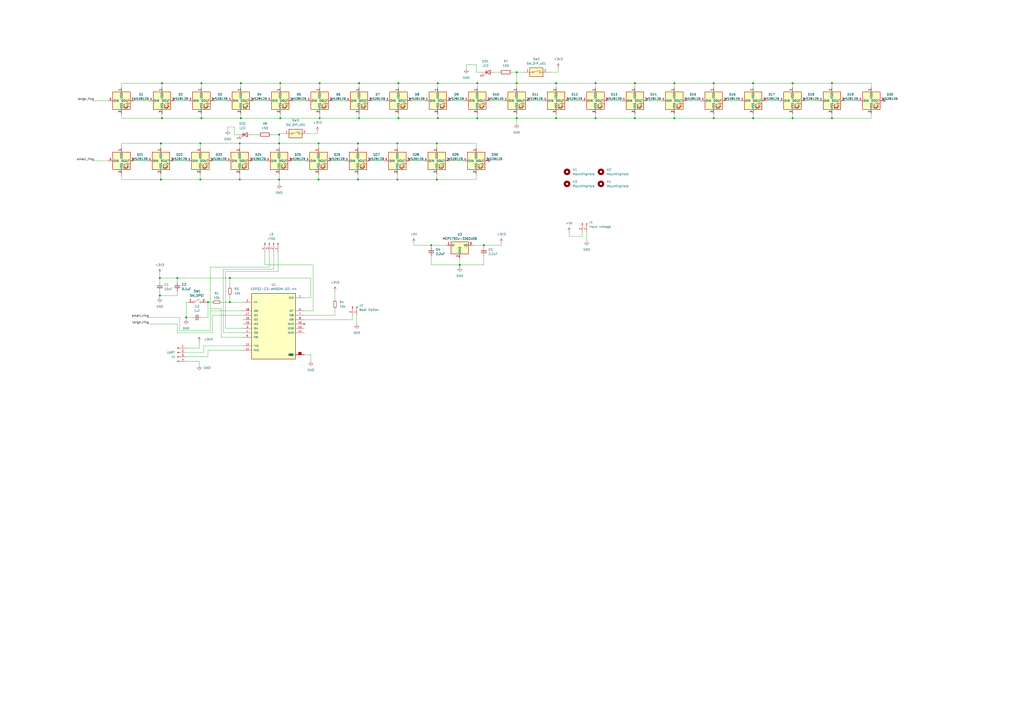
<source format=kicad_sch>
(kicad_sch (version 20231120) (generator "eeschema") (generator_version "8.0")
  (paper "A2")
  (lib_symbols
    (symbol "+5V_1" (power) (pin_numbers hide) (pin_names (offset 0) hide)
      (property "Value" "+5V" (at 0 3.556 0))
      (symbol "+5V_1_0_1"
        (polyline (pts (xy -0.762 1.27) (xy 0 2.54)))
        (polyline (pts (xy 0 0) (xy 0 2.54)))
        (polyline (pts (xy 0 2.54) (xy 0.762 1.27)))
      )
      (symbol "+5V_1_1_1"
        (pin power_in line (at 0 0 90) (length 0) (name "~") (number "1"))
      )
    )
    (symbol "Connector:Conn_01x02_Pin" (pin_names (offset 1.016) hide)
      (property "Reference" "J" (at 0 2.54 0))
      (property "Value" "Conn_01x02_Pin" (at 0 -5.08 0))
      (symbol "Conn_01x02_Pin_1_1"
        (polyline (pts (xy 1.27 -2.54) (xy 0.8636 -2.54)) (stroke (width 0.1524)))
        (polyline (pts (xy 1.27 0) (xy 0.8636 0)) (stroke (width 0.1524)))
        (rectangle (start 0.8636 -2.413) (end 0 -2.667) (stroke (width 0.1524)) (fill (type outline)))
        (rectangle (start 0.8636 0.127) (end 0 -0.127) (stroke (width 0.1524)) (fill (type outline)))
        (pin passive line (at 5.08 0 180) (length 3.81) (name "Pin_1") (number "1"))
        (pin passive line (at 5.08 -2.54 180) (length 3.81) (name "Pin_2") (number "2"))
      )
    )
    (symbol "Connector:Conn_01x04_Pin" (pin_names (offset 1.016) hide)
      (property "Reference" "J" (at 0 5.08 0))
      (property "Value" "Conn_01x04_Pin" (at 0 -7.62 0))
      (symbol "Conn_01x04_Pin_1_1"
        (polyline (pts (xy 1.27 -5.08) (xy 0.8636 -5.08)) (stroke (width 0.1524)))
        (polyline (pts (xy 1.27 -2.54) (xy 0.8636 -2.54)) (stroke (width 0.1524)))
        (polyline (pts (xy 1.27 0) (xy 0.8636 0)) (stroke (width 0.1524)))
        (polyline (pts (xy 1.27 2.54) (xy 0.8636 2.54)) (stroke (width 0.1524)))
        (rectangle (start 0.8636 -4.953) (end 0 -5.207) (stroke (width 0.1524)) (fill (type outline)))
        (rectangle (start 0.8636 -2.413) (end 0 -2.667) (stroke (width 0.1524)) (fill (type outline)))
        (rectangle (start 0.8636 0.127) (end 0 -0.127) (stroke (width 0.1524)) (fill (type outline)))
        (rectangle (start 0.8636 2.667) (end 0 2.413) (stroke (width 0.1524)) (fill (type outline)))
        (pin passive line (at 5.08 2.54 180) (length 3.81) (name "Pin_1") (number "1"))
        (pin passive line (at 5.08 0 180) (length 3.81) (name "Pin_2") (number "2"))
        (pin passive line (at 5.08 -2.54 180) (length 3.81) (name "Pin_3") (number "3"))
        (pin passive line (at 5.08 -5.08 180) (length 3.81) (name "Pin_4") (number "4"))
      )
    )
    (symbol "Device:C_Small" (pin_numbers hide) (pin_names (offset 0.254) hide)
      (property "Reference" "C" (at 0.254 1.778 0))
      (property "Value" "C_Small" (at 0.254 -2.032 0))
      (symbol "C_Small_0_1"
        (polyline (pts (xy -1.524 -0.508) (xy 1.524 -0.508)) (stroke (width 0.3302)))
        (polyline (pts (xy -1.524 0.508) (xy 1.524 0.508)) (stroke (width 0.3048)))
      )
      (symbol "C_Small_1_1"
        (pin passive line (at 0 2.54 270) (length 2.032) (name "~") (number "1"))
        (pin passive line (at 0 -2.54 90) (length 2.032) (name "~") (number "2"))
      )
    )
    (symbol "Device:LED" (pin_numbers hide) (pin_names (offset 1.016) hide)
      (property "Reference" "D" (at 0 2.54 0))
      (property "Value" "LED" (at 0 -2.54 0))
      (symbol "LED_0_1"
        (polyline (pts (xy -1.27 -1.27) (xy -1.27 1.27)) (stroke (width 0.254)))
        (polyline (pts (xy -1.27 0) (xy 1.27 0)))
        (polyline (pts (xy 1.27 -1.27) (xy 1.27 1.27) (xy -1.27 0) (xy 1.27 -1.27)) (stroke (width 0.254)))
        (polyline (pts (xy -3.048 -0.762) (xy -4.572 -2.286) (xy -3.81 -2.286) (xy -4.572 -2.286) (xy -4.572 -1.524)))
        (polyline (pts (xy -1.778 -0.762) (xy -3.302 -2.286) (xy -2.54 -2.286) (xy -3.302 -2.286) (xy -3.302 -1.524)))
      )
      (symbol "LED_1_1"
        (pin passive line (at -3.81 0 0) (length 2.54) (name "K") (number "1"))
        (pin passive line (at 3.81 0 180) (length 2.54) (name "A") (number "2"))
      )
    )
    (symbol "Device:R" (pin_numbers hide) (pin_names (offset 0))
      (property "Reference" "R" (at 2.032 0 90))
      (property "Value" "R" (at 0 0 90))
      (symbol "R_0_1"
        (rectangle (start -1.016 -2.54) (end 1.016 2.54) (stroke (width 0.254)))
      )
      (symbol "R_1_1"
        (pin passive line (at 0 3.81 270) (length 1.27) (name "~") (number "1"))
        (pin passive line (at 0 -3.81 90) (length 1.27) (name "~") (number "2"))
      )
    )
    (symbol "Device:R_Small" (pin_numbers hide) (pin_names (offset 0.254) hide)
      (property "Reference" "R" (at 0.762 0.508 0))
      (property "Value" "R_Small" (at 0.762 -1.016 0))
      (symbol "R_Small_0_1"
        (rectangle (start -0.762 1.778) (end 0.762 -1.778) (stroke (width 0.2032)))
      )
      (symbol "R_Small_1_1"
        (pin passive line (at 0 2.54 270) (length 0.762) (name "~") (number "1"))
        (pin passive line (at 0 -2.54 90) (length 0.762) (name "~") (number "2"))
      )
    )
    (symbol "ESP32-C3-WROOM-02-H4:ESP32-C3-WROOM-02-H4" (pin_names (offset 1.016))
      (property "Reference" "U" (at -12.7 21.082 0))
      (property "Value" "ESP32-C3-WROOM-02-H4" (at -12.7 -18.542 0))
      (symbol "ESP32-C3-WROOM-02-H4_0_0"
        (rectangle (start -12.7 -17.78) (end 12.7 20.32) (stroke (width 0.254)) (fill (type background)))
        (pin power_in line (at 17.78 17.78 180) (length 5.08) (name "3V3") (number "1"))
        (pin bidirectional line (at 17.78 2.54 180) (length 5.08) (name "IO10") (number "10"))
        (pin bidirectional line (at -17.78 -12.7 0) (length 5.08) (name "RXD") (number "11"))
        (pin bidirectional line (at -17.78 -10.16 0) (length 5.08) (name "TXD") (number "12"))
        (pin bidirectional line (at 17.78 0 180) (length 5.08) (name "IO18") (number "13"))
        (pin bidirectional line (at 17.78 -2.54 180) (length 5.08) (name "IO19") (number "14"))
        (pin bidirectional line (at -17.78 2.54 0) (length 5.08) (name "IO3") (number "15"))
        (pin bidirectional line (at -17.78 5.08 0) (length 5.08) (name "IO2") (number "16"))
        (pin bidirectional line (at -17.78 7.62 0) (length 5.08) (name "IO1") (number "17"))
        (pin bidirectional line (at -17.78 10.16 0) (length 5.08) (name "IO0") (number "18"))
        (pin power_in line (at 17.78 -15.24 180) (length 5.08) (name "GND") (number "19"))
        (pin input line (at -17.78 15.24 0) (length 5.08) (name "EN") (number "2"))
        (pin power_in line (at 17.78 -15.24 180) (length 5.08) (name "GND") (number "20"))
        (pin power_in line (at 17.78 -15.24 180) (length 5.08) (name "GND") (number "21"))
        (pin power_in line (at 17.78 -15.24 180) (length 5.08) (name "GND") (number "22"))
        (pin power_in line (at 17.78 -15.24 180) (length 5.08) (name "GND") (number "23"))
        (pin power_in line (at 17.78 -15.24 180) (length 5.08) (name "GND") (number "24"))
        (pin power_in line (at 17.78 -15.24 180) (length 5.08) (name "GND") (number "25"))
        (pin power_in line (at 17.78 -15.24 180) (length 5.08) (name "GND") (number "26"))
        (pin power_in line (at 17.78 -15.24 180) (length 5.08) (name "GND") (number "27"))
        (pin power_in line (at 17.78 -15.24 180) (length 5.08) (name "GND") (number "28"))
        (pin power_in line (at 17.78 -15.24 180) (length 5.08) (name "GND") (number "29"))
        (pin bidirectional line (at -17.78 0 0) (length 5.08) (name "IO4") (number "3"))
        (pin power_in line (at 17.78 -15.24 180) (length 5.08) (name "GND") (number "30"))
        (pin power_in line (at 17.78 -15.24 180) (length 5.08) (name "GND") (number "31"))
        (pin power_in line (at 17.78 -15.24 180) (length 5.08) (name "GND") (number "32"))
        (pin power_in line (at 17.78 -15.24 180) (length 5.08) (name "GND") (number "33"))
        (pin power_in line (at 17.78 -15.24 180) (length 5.08) (name "GND") (number "34"))
        (pin power_in line (at 17.78 -15.24 180) (length 5.08) (name "GND") (number "35"))
        (pin power_in line (at 17.78 -15.24 180) (length 5.08) (name "GND") (number "36"))
        (pin power_in line (at 17.78 -15.24 180) (length 5.08) (name "GND") (number "37"))
        (pin power_in line (at 17.78 -15.24 180) (length 5.08) (name "GND") (number "38"))
        (pin power_in line (at 17.78 -15.24 180) (length 5.08) (name "GND") (number "39"))
        (pin bidirectional line (at -17.78 -2.54 0) (length 5.08) (name "IO5") (number "4"))
        (pin bidirectional line (at -17.78 -5.08 0) (length 5.08) (name "IO6") (number "5"))
        (pin bidirectional line (at 17.78 10.16 180) (length 5.08) (name "IO7") (number "6"))
        (pin bidirectional line (at 17.78 7.62 180) (length 5.08) (name "IO8") (number "7"))
        (pin bidirectional line (at 17.78 5.08 180) (length 5.08) (name "IO9") (number "8"))
        (pin power_in line (at 17.78 -15.24 180) (length 5.08) (name "GND") (number "9"))
      )
    )
    (symbol "GND_1" (power) (pin_numbers hide) (pin_names (offset 0) hide)
      (property "Value" "GND" (at 0 -3.81 0))
      (symbol "GND_1_0_1"
        (polyline (pts (xy 0 0) (xy 0 -1.27) (xy 1.27 -1.27) (xy 0 -2.54) (xy -1.27 -1.27) (xy 0 -1.27)))
      )
      (symbol "GND_1_1_1"
        (pin power_in line (at 0 0 270) (length 0) (name "~") (number "1"))
      )
    )
    (symbol "GND_2" (power) (pin_numbers hide) (pin_names (offset 0) hide)
      (property "Value" "GND" (at 0 -3.81 0))
      (symbol "GND_2_0_1"
        (polyline (pts (xy 0 0) (xy 0 -1.27) (xy 1.27 -1.27) (xy 0 -2.54) (xy -1.27 -1.27) (xy 0 -1.27)))
      )
      (symbol "GND_2_1_1"
        (pin power_in line (at 0 0 270) (length 0) (name "~") (number "1"))
      )
    )
    (symbol "LED:WS2812B" (pin_names (offset 0.254))
      (property "Reference" "D" (at 5.08 5.715 0))
      (property "Value" "WS2812B" (at 1.27 -5.715 0))
      (symbol "WS2812B_0_0"
        (text "RGB" (at 2.286 -4.191 0) (effects (font (size 0.762 0.762))))
      )
      (symbol "WS2812B_0_1"
        (polyline (pts (xy 1.27 -3.556) (xy 1.778 -3.556)))
        (polyline (pts (xy 1.27 -2.54) (xy 1.778 -2.54)))
        (polyline (pts (xy 4.699 -3.556) (xy 2.667 -3.556)))
        (polyline (pts (xy 2.286 -2.54) (xy 1.27 -3.556) (xy 1.27 -3.048)))
        (polyline (pts (xy 2.286 -1.524) (xy 1.27 -2.54) (xy 1.27 -2.032)))
        (polyline (pts (xy 3.683 -1.016) (xy 3.683 -3.556) (xy 3.683 -4.064)))
        (polyline (pts (xy 4.699 -1.524) (xy 2.667 -1.524) (xy 3.683 -3.556) (xy 4.699 -1.524)))
        (rectangle (start 5.08 5.08) (end -5.08 -5.08) (stroke (width 0.254)) (fill (type background)))
      )
      (symbol "WS2812B_1_1"
        (pin power_in line (at 0 7.62 270) (length 2.54) (name "VDD") (number "1"))
        (pin output line (at 7.62 0 180) (length 2.54) (name "DOUT") (number "2"))
        (pin power_in line (at 0 -7.62 90) (length 2.54) (name "VSS") (number "3"))
        (pin input line (at -7.62 0 0) (length 2.54) (name "DIN") (number "4"))
      )
    )
    (symbol "Mechanical:MountingHole" (pin_names (offset 1.016))
      (property "Reference" "H" (at 0 5.08 0))
      (property "Value" "MountingHole" (at 0 3.175 0))
      (symbol "MountingHole_0_1"
        (circle (center 0 0) (radius 1.27) (stroke (width 1.27)))
      )
    )
    (symbol "Regulator_Linear:MCP1792x-3302xDB" (pin_names (offset 0.254))
      (property "Reference" "U" (at -3.81 3.175 0))
      (property "Value" "MCP1792x-3302xDB" (at 0 3.175 0))
      (symbol "MCP1792x-3302xDB_0_1"
        (rectangle (start -5.08 -5.08) (end 5.08 1.905) (stroke (width 0.254)) (fill (type background)))
      )
      (symbol "MCP1792x-3302xDB_1_1"
        (pin power_in line (at -7.62 0 0) (length 2.54) (name "VI") (number "1"))
        (pin power_in line (at 0 -7.62 90) (length 2.54) (name "GND") (number "2"))
        (pin power_out line (at 7.62 0 180) (length 2.54) (name "VO") (number "3"))
      )
    )
    (symbol "Switch:SW_DIP_x01" (pin_names (offset 0) hide)
      (property "Reference" "SW" (at 0 3.81 0))
      (property "Value" "SW_DIP_x01" (at 0 -3.81 0))
      (symbol "SW_DIP_x01_0_0"
        (circle (center -2.032 0) (radius 0.508))
        (polyline (pts (xy -1.524 0.127) (xy 2.3622 1.1684)))
        (circle (center 2.032 0) (radius 0.508))
      )
      (symbol "SW_DIP_x01_0_1"
        (rectangle (start -3.81 2.54) (end 3.81 -2.54) (stroke (width 0.254)) (fill (type background)))
      )
      (symbol "SW_DIP_x01_1_1"
        (pin passive line (at -7.62 0 0) (length 5.08) (name "~") (number "1"))
        (pin passive line (at 7.62 0 180) (length 5.08) (name "~") (number "2"))
      )
    )
    (symbol "Switch:SW_SPST" (pin_names (offset 0) hide)
      (property "Reference" "SW" (at 0 3.175 0))
      (property "Value" "SW_SPST" (at 0 -2.54 0))
      (symbol "SW_SPST_0_0"
        (circle (center -2.032 0) (radius 0.508))
        (polyline (pts (xy -1.524 0.254) (xy 1.524 1.778)))
        (circle (center 2.032 0) (radius 0.508))
      )
      (symbol "SW_SPST_1_1"
        (pin passive line (at -5.08 0 0) (length 2.54) (name "A") (number "1"))
        (pin passive line (at 5.08 0 180) (length 2.54) (name "B") (number "2"))
      )
    )
    (symbol "power:+3V3" (power) (pin_numbers hide) (pin_names (offset 0) hide)
      (property "Value" "+3V3" (at 0 3.556 0))
      (symbol "+3V3_0_1"
        (polyline (pts (xy -0.762 1.27) (xy 0 2.54)))
        (polyline (pts (xy 0 0) (xy 0 2.54)))
        (polyline (pts (xy 0 2.54) (xy 0.762 1.27)))
      )
      (symbol "+3V3_1_1"
        (pin power_in line (at 0 0 90) (length 0) (name "~") (number "1"))
      )
    )
    (symbol "power:GND" (power) (pin_names (offset 0))
      (property "Value" "GND" (at 0 -3.81 0))
      (symbol "GND_0_1"
        (polyline (pts (xy 0 0) (xy 0 -1.27) (xy 1.27 -1.27) (xy 0 -2.54) (xy -1.27 -1.27) (xy 0 -1.27)))
      )
      (symbol "GND_1_1"
        (pin power_in line (at 0 0 270) (length 0) hide (name "GND") (number "1"))
      )
    )
  )
  (junction (at 116.84 68.58))
  (junction (at 139.7 48.26))
  (junction (at 162.56 68.58))
  (junction (at 93.98 68.58))
  (junction (at 254 48.26))
  (junction (at 414.02 48.26))
  (junction (at 280.67 142.24))
  (junction (at 116.205 104.14))
  (junction (at 116.205 83.185))
  (junction (at 459.74 48.26))
  (junction (at 391.16 48.26))
  (junction (at 231.14 68.58))
  (junction (at 208.28 48.26))
  (junction (at 254 68.58))
  (junction (at 253.365 104.14))
  (junction (at 276.86 48.26))
  (junction (at 230.505 104.14))
  (junction (at 161.925 104.14))
  (junction (at 414.02 68.58))
  (junction (at 162.56 48.26))
  (junction (at 276.86 68.58))
  (junction (at 92.71 161.29))
  (junction (at 161.925 78.105))
  (junction (at 436.88 68.58))
  (junction (at 230.505 83.185))
  (junction (at 299.72 68.58))
  (junction (at 139.065 83.185))
  (junction (at 139.7 68.58))
  (junction (at 133.35 175.26))
  (junction (at 322.58 48.26))
  (junction (at 299.72 48.26))
  (junction (at 368.3 48.26))
  (junction (at 207.645 83.185))
  (junction (at 116.84 48.26))
  (junction (at 266.7 153.67))
  (junction (at 391.16 68.58))
  (junction (at 459.74 68.58))
  (junction (at 436.88 48.26))
  (junction (at 139.065 104.14))
  (junction (at 185.42 48.26))
  (junction (at 345.44 68.58))
  (junction (at 184.785 104.14))
  (junction (at 92.71 171.45))
  (junction (at 345.44 48.26))
  (junction (at 133.35 161.29))
  (junction (at 299.72 41.91))
  (junction (at 184.785 83.185))
  (junction (at 161.925 83.185))
  (junction (at 231.14 48.26))
  (junction (at 250.19 142.24))
  (junction (at 102.87 161.29))
  (junction (at 107.95 184.15))
  (junction (at 322.58 68.58))
  (junction (at 120.65 175.26))
  (junction (at 93.345 104.14))
  (junction (at 482.6 68.58))
  (junction (at 482.6 48.26))
  (junction (at 93.345 83.185))
  (junction (at 93.98 48.26))
  (junction (at 253.365 83.185))
  (junction (at 208.28 68.58))
  (junction (at 368.3 68.58))
  (junction (at 185.42 68.58))
  (junction (at 207.645 104.14))
  (no_connect (at 283.845 93.345))
  (no_connect (at 176.53 187.96))
  (no_connect (at 513.08 58.42))
  (wire (pts (xy 133.35 161.29) (xy 180.34 161.29)))
  (wire (pts (xy 129.54 156.21) (xy 158.75 156.21)))
  (wire (pts (xy 70.485 100.965) (xy 70.485 104.14)))
  (wire (pts (xy 482.6 66.04) (xy 482.6 68.58)))
  (wire (pts (xy 299.72 68.58) (xy 299.72 71.755)))
  (wire (pts (xy 276.225 100.965) (xy 276.225 104.14)))
  (wire (pts (xy 254 48.26) (xy 276.86 48.26)))
  (wire (pts (xy 92.71 161.29) (xy 102.87 161.29)))
  (wire (pts (xy 490.22 58.42) (xy 497.84 58.42)))
  (wire (pts (xy 86.36 187.96) (xy 102.87 187.96)))
  (wire (pts (xy 482.6 48.26) (xy 459.74 48.26)))
  (wire (pts (xy 459.74 48.26) (xy 436.88 48.26)))
  (wire (pts (xy 115.57 201.93) (xy 115.57 198.12)))
  (wire (pts (xy 92.71 158.75) (xy 92.71 161.29)))
  (wire (pts (xy 231.14 48.26) (xy 254 48.26)))
  (wire (pts (xy 280.67 148.59) (xy 280.67 153.67)))
  (wire (pts (xy 111.76 184.15) (xy 107.95 184.15)))
  (wire (pts (xy 194.31 168.91) (xy 194.31 173.99)))
  (wire (pts (xy 284.48 58.42) (xy 292.1 58.42)))
  (wire (pts (xy 276.86 68.58) (xy 299.72 68.58)))
  (wire (pts (xy 102.87 161.29) (xy 133.35 161.29)))
  (wire (pts (xy 276.225 83.185) (xy 253.365 83.185)))
  (wire (pts (xy 120.65 175.26) (xy 123.19 175.26)))
  (wire (pts (xy 230.505 100.965) (xy 230.505 104.14)))
  (wire (pts (xy 70.485 50.8) (xy 70.485 48.26)))
  (wire (pts (xy 158.75 156.21) (xy 158.75 146.05)))
  (wire (pts (xy 70.485 48.26) (xy 93.98 48.26)))
  (wire (pts (xy 280.67 142.24) (xy 280.67 143.51)))
  (wire (pts (xy 184.785 83.185) (xy 184.785 85.725)))
  (wire (pts (xy 276.225 37.465) (xy 270.51 37.465)))
  (wire (pts (xy 250.19 143.51) (xy 250.19 142.24)))
  (wire (pts (xy 231.14 66.04) (xy 231.14 68.58)))
  (wire (pts (xy 181.61 180.34) (xy 181.61 153.67)))
  (wire (pts (xy 100.965 93.345) (xy 108.585 93.345)))
  (wire (pts (xy 54.61 93.345) (xy 62.865 93.345)))
  (wire (pts (xy 208.28 48.26) (xy 231.14 48.26)))
  (wire (pts (xy 230.505 104.14) (xy 207.645 104.14)))
  (wire (pts (xy 181.61 153.67) (xy 153.67 153.67)))
  (wire (pts (xy 505.46 66.04) (xy 505.46 68.58)))
  (wire (pts (xy 322.58 66.04) (xy 322.58 68.58)))
  (wire (pts (xy 102.87 161.29) (xy 102.87 163.83)))
  (wire (pts (xy 130.81 190.5) (xy 130.81 157.48)))
  (wire (pts (xy 340.36 134.62) (xy 340.36 139.7)))
  (wire (pts (xy 299.72 41.91) (xy 303.53 41.91)))
  (wire (pts (xy 436.88 48.26) (xy 436.88 50.8)))
  (wire (pts (xy 322.58 48.26) (xy 299.72 48.26)))
  (wire (pts (xy 121.92 179.07) (xy 121.92 154.94)))
  (wire (pts (xy 107.95 207.01) (xy 120.65 207.01)))
  (wire (pts (xy 207.01 182.88) (xy 207.01 187.96)))
  (wire (pts (xy 505.46 48.26) (xy 482.6 48.26)))
  (wire (pts (xy 102.87 187.96) (xy 102.87 193.04)))
  (wire (pts (xy 93.98 48.26) (xy 93.98 50.8)))
  (wire (pts (xy 161.925 77.47) (xy 161.925 78.105)))
  (wire (pts (xy 274.32 142.24) (xy 280.67 142.24)))
  (wire (pts (xy 345.44 48.26) (xy 322.58 48.26)))
  (wire (pts (xy 140.97 193.04) (xy 129.54 193.04)))
  (wire (pts (xy 92.71 163.83) (xy 92.71 161.29)))
  (wire (pts (xy 161.925 83.185) (xy 161.925 85.725)))
  (wire (pts (xy 123.825 93.345) (xy 131.445 93.345)))
  (wire (pts (xy 153.67 153.67) (xy 153.67 146.05)))
  (wire (pts (xy 330.2 134.62) (xy 330.2 137.16)))
  (wire (pts (xy 101.6 58.42) (xy 109.22 58.42)))
  (wire (pts (xy 93.345 104.14) (xy 116.205 104.14)))
  (wire (pts (xy 161.29 157.48) (xy 161.29 146.05)))
  (wire (pts (xy 176.53 205.74) (xy 180.34 205.74)))
  (wire (pts (xy 139.065 83.185) (xy 139.065 85.725)))
  (wire (pts (xy 116.205 100.965) (xy 116.205 104.14)))
  (wire (pts (xy 414.02 48.26) (xy 414.02 50.8)))
  (wire (pts (xy 115.57 209.55) (xy 107.95 209.55)))
  (wire (pts (xy 133.35 161.29) (xy 133.35 166.37)))
  (wire (pts (xy 290.83 142.24) (xy 280.67 142.24)))
  (wire (pts (xy 130.81 157.48) (xy 161.29 157.48)))
  (wire (pts (xy 70.485 85.725) (xy 70.485 83.185)))
  (wire (pts (xy 93.345 100.965) (xy 93.345 104.14)))
  (wire (pts (xy 107.95 201.93) (xy 115.57 201.93)))
  (wire (pts (xy 120.65 203.2) (xy 140.97 203.2)))
  (wire (pts (xy 253.365 104.14) (xy 230.505 104.14)))
  (wire (pts (xy 240.03 142.24) (xy 250.19 142.24)))
  (wire (pts (xy 102.87 168.91) (xy 102.87 171.45)))
  (wire (pts (xy 276.225 104.14) (xy 253.365 104.14)))
  (wire (pts (xy 368.3 66.04) (xy 368.3 68.58)))
  (wire (pts (xy 121.92 191.77) (xy 104.14 191.77)))
  (wire (pts (xy 238.76 58.42) (xy 246.38 58.42)))
  (wire (pts (xy 459.74 68.58) (xy 436.88 68.58)))
  (wire (pts (xy 70.485 66.04) (xy 70.485 68.58)))
  (wire (pts (xy 118.11 204.47) (xy 107.95 204.47)))
  (wire (pts (xy 119.38 175.26) (xy 120.65 175.26)))
  (wire (pts (xy 287.02 41.91) (xy 289.56 41.91)))
  (wire (pts (xy 139.065 83.185) (xy 161.925 83.185)))
  (wire (pts (xy 330.2 137.16) (xy 337.82 137.16)))
  (wire (pts (xy 322.58 68.58) (xy 299.72 68.58)))
  (wire (pts (xy 260.985 93.345) (xy 268.605 93.345)))
  (wire (pts (xy 184.785 104.14) (xy 161.925 104.14)))
  (wire (pts (xy 184.785 83.185) (xy 161.925 83.185)))
  (wire (pts (xy 140.97 195.58) (xy 128.27 195.58)))
  (wire (pts (xy 230.505 83.185) (xy 230.505 85.725)))
  (wire (pts (xy 230.505 83.185) (xy 207.645 83.185)))
  (wire (pts (xy 116.205 83.185) (xy 116.205 85.725)))
  (wire (pts (xy 104.14 184.15) (xy 86.36 184.15)))
  (wire (pts (xy 92.71 168.91) (xy 92.71 171.45)))
  (wire (pts (xy 215.265 93.345) (xy 222.885 93.345)))
  (wire (pts (xy 128.27 179.07) (xy 121.92 179.07)))
  (wire (pts (xy 192.405 93.345) (xy 200.025 93.345)))
  (wire (pts (xy 208.28 48.26) (xy 208.28 50.8)))
  (wire (pts (xy 204.47 185.42) (xy 204.47 182.88)))
  (wire (pts (xy 482.6 48.26) (xy 482.6 50.8)))
  (wire (pts (xy 353.06 58.42) (xy 360.68 58.42)))
  (wire (pts (xy 140.97 190.5) (xy 130.81 190.5)))
  (wire (pts (xy 318.77 41.91) (xy 323.85 41.91)))
  (wire (pts (xy 115.57 212.09) (xy 115.57 209.55)))
  (wire (pts (xy 337.82 137.16) (xy 337.82 134.62)))
  (wire (pts (xy 276.225 41.91) (xy 276.225 37.465)))
  (wire (pts (xy 276.86 66.04) (xy 276.86 68.58)))
  (wire (pts (xy 93.98 48.26) (xy 116.84 48.26)))
  (wire (pts (xy 276.86 48.26) (xy 276.86 50.8)))
  (wire (pts (xy 208.28 68.58) (xy 231.14 68.58)))
  (wire (pts (xy 276.86 48.26) (xy 299.72 48.26)))
  (wire (pts (xy 207.645 83.185) (xy 184.785 83.185)))
  (wire (pts (xy 368.3 48.26) (xy 368.3 50.8)))
  (wire (pts (xy 139.065 104.14) (xy 161.925 104.14)))
  (wire (pts (xy 129.54 193.04) (xy 129.54 156.21)))
  (wire (pts (xy 161.925 78.105) (xy 161.925 83.185)))
  (wire (pts (xy 162.56 66.04) (xy 162.56 68.58)))
  (wire (pts (xy 299.72 48.26) (xy 299.72 50.8)))
  (wire (pts (xy 180.34 205.74) (xy 180.34 209.55)))
  (wire (pts (xy 102.87 171.45) (xy 92.71 171.45)))
  (wire (pts (xy 261.62 58.42) (xy 269.24 58.42)))
  (wire (pts (xy 118.11 200.66) (xy 118.11 204.47)))
  (wire (pts (xy 78.105 93.345) (xy 85.725 93.345)))
  (wire (pts (xy 459.74 66.04) (xy 459.74 68.58)))
  (wire (pts (xy 254 66.04) (xy 254 68.58)))
  (wire (pts (xy 421.64 58.42) (xy 429.26 58.42)))
  (wire (pts (xy 391.16 48.26) (xy 368.3 48.26)))
  (wire (pts (xy 180.34 161.29) (xy 180.34 172.72)))
  (wire (pts (xy 123.19 182.88) (xy 140.97 182.88)))
  (wire (pts (xy 280.67 153.67) (xy 266.7 153.67)))
  (wire (pts (xy 78.105 58.42) (xy 86.36 58.42)))
  (wire (pts (xy 444.5 58.42) (xy 452.12 58.42)))
  (wire (pts (xy 54.61 58.42) (xy 62.865 58.42)))
  (wire (pts (xy 345.44 68.58) (xy 322.58 68.58)))
  (wire (pts (xy 139.7 68.58) (xy 162.56 68.58)))
  (wire (pts (xy 436.88 68.58) (xy 414.02 68.58)))
  (wire (pts (xy 345.44 66.04) (xy 345.44 68.58)))
  (wire (pts (xy 368.3 48.26) (xy 345.44 48.26)))
  (wire (pts (xy 436.88 48.26) (xy 414.02 48.26)))
  (wire (pts (xy 128.27 195.58) (xy 128.27 179.07)))
  (wire (pts (xy 368.3 68.58) (xy 345.44 68.58)))
  (wire (pts (xy 467.36 58.42) (xy 474.98 58.42)))
  (wire (pts (xy 253.365 83.185) (xy 230.505 83.185)))
  (wire (pts (xy 184.785 100.965) (xy 184.785 104.14)))
  (wire (pts (xy 266.7 149.86) (xy 266.7 153.67)))
  (wire (pts (xy 391.16 48.26) (xy 391.16 50.8)))
  (wire (pts (xy 185.42 48.26) (xy 185.42 50.8)))
  (wire (pts (xy 162.56 68.58) (xy 185.42 68.58)))
  (wire (pts (xy 180.34 172.72) (xy 176.53 172.72)))
  (wire (pts (xy 93.345 83.185) (xy 116.205 83.185)))
  (wire (pts (xy 185.42 66.04) (xy 185.42 68.58)))
  (wire (pts (xy 299.72 66.04) (xy 299.72 68.58)))
  (wire (pts (xy 193.04 58.42) (xy 200.66 58.42)))
  (wire (pts (xy 92.71 171.45) (xy 92.71 172.72)))
  (wire (pts (xy 414.02 68.58) (xy 391.16 68.58)))
  (wire (pts (xy 169.545 93.345) (xy 177.165 93.345)))
  (wire (pts (xy 250.19 142.24) (xy 259.08 142.24)))
  (wire (pts (xy 436.88 66.04) (xy 436.88 68.58)))
  (wire (pts (xy 238.125 93.345) (xy 245.745 93.345)))
  (wire (pts (xy 482.6 68.58) (xy 459.74 68.58)))
  (wire (pts (xy 139.065 100.965) (xy 139.065 104.14)))
  (wire (pts (xy 184.15 77.47) (xy 184.15 76.2)))
  (wire (pts (xy 345.44 48.26) (xy 345.44 50.8)))
  (wire (pts (xy 505.46 50.8) (xy 505.46 48.26)))
  (wire (pts (xy 375.92 58.42) (xy 383.54 58.42)))
  (wire (pts (xy 157.48 78.105) (xy 161.925 78.105)))
  (wire (pts (xy 135.89 73.66) (xy 132.08 73.66)))
  (wire (pts (xy 132.08 73.66) (xy 132.08 75.565)))
  (wire (pts (xy 505.46 68.58) (xy 482.6 68.58)))
  (wire (pts (xy 254 68.58) (xy 276.86 68.58)))
  (wire (pts (xy 176.53 182.88) (xy 194.31 182.88)))
  (wire (pts (xy 120.65 207.01) (xy 120.65 203.2)))
  (wire (pts (xy 162.56 48.26) (xy 162.56 50.8)))
  (wire (pts (xy 297.18 41.91) (xy 299.72 41.91)))
  (wire (pts (xy 253.365 83.185) (xy 253.365 85.725)))
  (wire (pts (xy 231.14 48.26) (xy 231.14 50.8)))
  (wire (pts (xy 139.7 48.26) (xy 162.56 48.26)))
  (wire (pts (xy 140.97 180.34) (xy 121.92 180.34)))
  (wire (pts (xy 250.19 153.67) (xy 266.7 153.67)))
  (wire (pts (xy 93.98 66.04) (xy 93.98 68.58)))
  (wire (pts (xy 176.53 180.34) (xy 181.61 180.34)))
  (wire (pts (xy 116.84 66.04) (xy 116.84 68.58)))
  (wire (pts (xy 93.345 83.185) (xy 93.345 85.725)))
  (wire (pts (xy 176.53 185.42) (xy 204.47 185.42)))
  (wire (pts (xy 107.95 175.26) (xy 107.95 184.15)))
  (wire (pts (xy 120.65 184.15) (xy 120.65 175.26)))
  (wire (pts (xy 231.14 68.58) (xy 254 68.58)))
  (wire (pts (xy 70.485 104.14) (xy 93.345 104.14)))
  (wire (pts (xy 93.98 68.58) (xy 116.84 68.58)))
  (wire (pts (xy 163.83 77.47) (xy 161.925 77.47)))
  (wire (pts (xy 109.22 175.26) (xy 107.95 175.26)))
  (wire (pts (xy 185.42 68.58) (xy 208.28 68.58)))
  (wire (pts (xy 104.14 191.77) (xy 104.14 184.15)))
  (wire (pts (xy 116.205 83.185) (xy 139.065 83.185)))
  (wire (pts (xy 116.84 48.26) (xy 139.7 48.26)))
  (wire (pts (xy 391.16 66.04) (xy 391.16 68.58)))
  (wire (pts (xy 70.485 83.185) (xy 93.345 83.185)))
  (wire (pts (xy 279.4 41.91) (xy 276.225 41.91)))
  (wire (pts (xy 398.78 58.42) (xy 406.4 58.42)))
  (wire (pts (xy 170.18 58.42) (xy 177.8 58.42)))
  (wire (pts (xy 161.925 100.965) (xy 161.925 104.14)))
  (wire (pts (xy 133.35 171.45) (xy 133.35 175.26)))
  (wire (pts (xy 70.485 68.58) (xy 93.98 68.58)))
  (wire (pts (xy 123.19 193.04) (xy 123.19 182.88)))
  (wire (pts (xy 116.205 104.14) (xy 139.065 104.14)))
  (wire (pts (xy 116.84 48.26) (xy 116.84 50.8)))
  (wire (pts (xy 391.16 68.58) (xy 368.3 68.58)))
  (wire (pts (xy 139.7 48.26) (xy 139.7 50.8)))
  (wire (pts (xy 194.31 182.88) (xy 194.31 179.07)))
  (wire (pts (xy 121.92 154.94) (xy 156.21 154.94)))
  (wire (pts (xy 207.645 83.185) (xy 207.645 85.725)))
  (wire (pts (xy 276.225 85.725) (xy 276.225 83.185)))
  (wire (pts (xy 156.21 154.94) (xy 156.21 146.05)))
  (wire (pts (xy 140.97 200.66) (xy 118.11 200.66)))
  (wire (pts (xy 133.35 175.26) (xy 140.97 175.26)))
  (wire (pts (xy 299.72 41.91) (xy 299.72 48.26)))
  (wire (pts (xy 146.685 93.345) (xy 154.305 93.345)))
  (wire (pts (xy 162.56 48.26) (xy 185.42 48.26)))
  (wire (pts (xy 250.19 148.59) (xy 250.19 153.67)))
  (wire (pts (xy 330.2 58.42) (xy 337.82 58.42)))
  (wire (pts (xy 414.02 66.04) (xy 414.02 68.58)))
  (wire (pts (xy 322.58 48.26) (xy 322.58 50.8)))
  (wire (pts (xy 459.74 48.26) (xy 459.74 50.8)))
  (wire (pts (xy 266.7 153.67) (xy 266.7 154.94)))
  (wire (pts (xy 121.92 180.34) (xy 121.92 191.77)))
  (wire (pts (xy 290.83 140.97) (xy 290.83 142.24)))
  (wire (pts (xy 307.34 58.42) (xy 314.96 58.42)))
  (wire (pts (xy 124.46 58.42) (xy 132.08 58.42)))
  (wire (pts (xy 207.645 104.14) (xy 184.785 104.14)))
  (wire (pts (xy 128.27 175.26) (xy 133.35 175.26)))
  (wire (pts (xy 107.95 184.15) (xy 107.95 185.42)))
  (wire (pts (xy 146.05 78.105) (xy 149.86 78.105)))
  (wire (pts (xy 179.07 77.47) (xy 184.15 77.47)))
  (wire (pts (xy 116.84 184.15) (xy 120.65 184.15)))
  (wire (pts (xy 116.84 68.58) (xy 139.7 68.58)))
  (wire (pts (xy 135.89 78.105) (xy 135.89 73.66)))
  (wire (pts (xy 208.28 66.04) (xy 208.28 68.58)))
  (wire (pts (xy 207.645 100.965) (xy 207.645 104.14)))
  (wire (pts (xy 102.87 193.04) (xy 123.19 193.04)))
  (wire (pts (xy 147.32 58.42) (xy 154.94 58.42)))
  (wire (pts (xy 254 48.26) (xy 254 50.8)))
  (wire (pts (xy 240.03 140.97) (xy 240.03 142.24)))
  (wire (pts (xy 323.85 39.37) (xy 323.85 41.91)))
  (wire (pts (xy 139.7 66.04) (xy 139.7 68.58)))
  (wire (pts (xy 161.925 104.14) (xy 161.925 106.68)))
  (wire (pts (xy 215.9 58.42) (xy 223.52 58.42)))
  (wire (pts (xy 253.365 100.965) (xy 253.365 104.14)))
  (wire (pts (xy 270.51 37.465) (xy 270.51 40.005)))
  (wire (pts (xy 138.43 78.105) (xy 135.89 78.105)))
  (wire (pts (xy 414.02 48.26) (xy 391.16 48.26)))
  (wire (pts (xy 185.42 48.26) (xy 208.28 48.26)))
  (label "small_ring" (at 86.36 184.15 180))
  (label "small_ring" (at 54.61 93.345 180))
  (label "large_ring" (at 86.36 187.96 180))
  (label "large_ring" (at 54.61 58.42 180))
  (symbol (lib_id "Device:R_Small") (at 133.35 168.91 0) (unit 1)
    (property "Reference" "R3" (at 135.89 167.6399 0) (effects (justify left)))
    (property "Value" "10k" (at 135.89 170.1799 0) (effects (justify left)))
    (property "Footprint" "Resistor_SMD:R_0805_2012Metric_Pad1.20x1.40mm_HandSolder" (effects (hide yes)))
    (property "Description" "Resistor, small symbol" (effects (hide yes)))
  )
  (symbol (lib_id "Connector:Conn_01x04_Pin") (at 158.75 140.97 270) (unit 1)
    (property "Reference" "J3" (at 157.48 135.89 90))
    (property "Value" "JTAG" (at 157.48 138.43 90))
    (property "Footprint" "Connector_PinHeader_2.54mm:PinHeader_1x04_P2.54mm_Vertical" (effects (hide yes)))
    (property "Description" "Generic connector, single row, 01x04, script generated" (effects (hide yes)))
  )
  (symbol (lib_id "power:GND") (at 299.72 71.755 0) (unit 1)
    (property "Reference" "#PWR02" (effects (hide yes)))
    (property "Value" "GND" (at 299.72 76.835 0))
  )
  (symbol (lib_id "power:GND") (at 161.925 106.68 0) (unit 1)
    (property "Reference" "#PWR04" (effects (hide yes)))
    (property "Value" "GND" (at 161.925 111.76 0))
  )
  (symbol (lib_id "power:+3V3") (at 115.57 198.12 0) (unit 1)
    (property "Reference" "#PWR011" (effects (hide yes)))
    (property "Value" "+3V3" (at 118.11 196.8499 0) (effects (justify left)))
    (property "Description" "Power symbol creates a global label with name \"+3V3\"" (effects (hide yes)))
  )
  (symbol (lib_id "LED:WS2812B") (at 276.225 93.345 0) (unit 1)
    (property "Reference" "D30" (at 287.02 89.6971 0))
    (property "Value" "WS2812B" (at 287.02 92.2371 0))
    (property "Footprint" "LED_SMD:LED_WS2812B_PLCC4_5.0x5.0mm_P3.2mm" (effects (hide yes)))
    (property "Datasheet" "https://cdn-shop.adafruit.com/datasheets/WS2812B.pdf" (effects (hide yes)))
  )
  (symbol (lib_id "power:+3V3") (at 290.83 140.97 0) (unit 1)
    (property "Reference" "#PWR015" (effects (hide yes)))
    (property "Value" "+3V3" (at 290.83 135.89 0))
    (property "Description" "Power symbol creates a global label with name \"+3V3\"" (effects (hide yes)))
  )
  (symbol (lib_id "Device:R") (at 293.37 41.91 90) (unit 1)
    (property "Reference" "R7" (at 293.37 35.56 90))
    (property "Value" "150" (at 293.37 38.1 90))
    (property "Footprint" "Resistor_SMD:R_0805_2012Metric_Pad1.20x1.40mm_HandSolder" (effects (hide yes)))
  )
  (symbol (lib_id "Mechanical:MountingHole") (at 328.93 99.695 0) (unit 1)
    (property "Reference" "H1" (at 332.105 98.425 0) (effects (justify left)))
    (property "Value" "MountingHole" (at 332.105 100.965 0) (effects (justify left)))
    (property "Footprint" "MountingHole:MountingHole_4.3mm_M4_Pad_Via" (effects (hide yes)))
  )
  (symbol (lib_id "LED:WS2812B") (at 70.485 93.345 0) (unit 1)
    (property "Reference" "D21" (at 81.28 89.6971 0))
    (property "Value" "WS2812B" (at 81.28 92.2371 0))
    (property "Footprint" "LED_SMD:LED_WS2812B_PLCC4_5.0x5.0mm_P3.2mm" (effects (hide yes)))
    (property "Datasheet" "https://cdn-shop.adafruit.com/datasheets/WS2812B.pdf" (effects (hide yes)))
  )
  (symbol (lib_id "LED:WS2812B") (at 208.28 58.42 0) (unit 1)
    (property "Reference" "D7" (at 219.075 54.7721 0))
    (property "Value" "WS2812B" (at 219.075 57.3121 0))
    (property "Footprint" "LED_SMD:LED_WS2812B_PLCC4_5.0x5.0mm_P3.2mm" (effects (hide yes)))
    (property "Datasheet" "https://cdn-shop.adafruit.com/datasheets/WS2812B.pdf" (effects (hide yes)))
  )
  (symbol (lib_id "Regulator_Linear:MCP1792x-3302xDB") (at 266.7 142.24 0) (unit 1)
    (property "Reference" "U2" (at 266.7 135.89 0))
    (property "Value" "MCP1792x-3302xDB" (at 266.7 138.43 0))
    (property "Footprint" "Package_TO_SOT_SMD:SOT-223-3_TabPin2" (effects (hide yes)))
    (property "Datasheet" "https://ww1.microchip.com/downloads/aemDocuments/documents/APID/ProductDocuments/DataSheets/MCP1792-Family-Data-Sheet-DS20006229D.pdf" (effects (hide yes)))
    (property "Description" "Low Quiescent Current LDO Regulator, 4.5-55V input, 3.3V, 100mA, SOT-223" (effects (hide yes)))
  )
  (symbol (lib_id "Connector:Conn_01x02_Pin") (at 207.01 177.8 270) (unit 1)
    (property "Reference" "J2" (at 208.28 177.1649 90) (effects (justify left)))
    (property "Value" "Boot Option" (at 208.28 179.7049 90) (effects (justify left)))
    (property "Footprint" "Connector_PinHeader_2.54mm:PinHeader_1x02_P2.54mm_Vertical" (effects (hide yes)))
    (property "Description" "Generic connector, single row, 01x02, script generated" (effects (hide yes)))
  )
  (symbol (lib_name "+5V_1") (lib_id "power:+5V") (at 330.2 134.62 0) (unit 1)
    (property "Reference" "#PWR017" (effects (hide yes)))
    (property "Value" "+5V" (at 330.2 129.54 0))
    (property "Description" "Power symbol creates a global label with name \"+5V\"" (effects (hide yes)))
  )
  (symbol (lib_id "LED:WS2812B") (at 436.88 58.42 0) (unit 1)
    (property "Reference" "D17" (at 447.675 54.7721 0))
    (property "Value" "WS2812B" (at 447.675 57.3121 0))
    (property "Footprint" "LED_SMD:LED_WS2812B_PLCC4_5.0x5.0mm_P3.2mm" (effects (hide yes)))
    (property "Datasheet" "https://cdn-shop.adafruit.com/datasheets/WS2812B.pdf" (effects (hide yes)))
  )
  (symbol (lib_name "GND_2") (lib_id "power:GND") (at 340.36 139.7 0) (unit 1)
    (property "Reference" "#PWR016" (effects (hide yes)))
    (property "Value" "GND" (at 340.36 144.78 0))
    (property "Description" "Power symbol creates a global label with name \"GND\" , ground" (effects (hide yes)))
  )
  (symbol (lib_id "LED:WS2812B") (at 368.3 58.42 0) (unit 1)
    (property "Reference" "D14" (at 379.095 54.7721 0))
    (property "Value" "WS2812B" (at 379.095 57.3121 0))
    (property "Footprint" "LED_SMD:LED_WS2812B_PLCC4_5.0x5.0mm_P3.2mm" (effects (hide yes)))
    (property "Datasheet" "https://cdn-shop.adafruit.com/datasheets/WS2812B.pdf" (effects (hide yes)))
  )
  (symbol (lib_id "LED:WS2812B") (at 254 58.42 0) (unit 1)
    (property "Reference" "D9" (at 264.795 54.7721 0))
    (property "Value" "WS2812B" (at 264.795 57.3121 0))
    (property "Footprint" "LED_SMD:LED_WS2812B_PLCC4_5.0x5.0mm_P3.2mm" (effects (hide yes)))
    (property "Datasheet" "https://cdn-shop.adafruit.com/datasheets/WS2812B.pdf" (effects (hide yes)))
  )
  (symbol (lib_id "Connector:Conn_01x04_Pin") (at 102.87 204.47 0) (unit 1)
    (property "Reference" "J4" (at 101.6 207.0101 0) (effects (justify right)))
    (property "Value" "UART" (at 101.6 204.4701 0) (effects (justify right)))
    (property "Footprint" "Connector_PinHeader_2.54mm:PinHeader_1x04_P2.54mm_Vertical" (effects (hide yes)))
    (property "Description" "Generic connector, single row, 01x04, script generated" (effects (hide yes)))
  )
  (symbol (lib_id "LED:WS2812B") (at 459.74 58.42 0) (unit 1)
    (property "Reference" "D18" (at 470.535 54.7721 0))
    (property "Value" "WS2812B" (at 470.535 57.3121 0))
    (property "Footprint" "LED_SMD:LED_WS2812B_PLCC4_5.0x5.0mm_P3.2mm" (effects (hide yes)))
    (property "Datasheet" "https://cdn-shop.adafruit.com/datasheets/WS2812B.pdf" (effects (hide yes)))
  )
  (symbol (lib_name "GND_1") (lib_id "power:GND") (at 92.71 172.72 0) (unit 1)
    (property "Reference" "#PWR010" (effects (hide yes)))
    (property "Value" "GND" (at 92.71 177.8 0))
    (property "Description" "Power symbol creates a global label with name \"GND\" , ground" (effects (hide yes)))
  )
  (symbol (lib_id "LED:WS2812B") (at 253.365 93.345 0) (unit 1)
    (property "Reference" "D29" (at 264.16 89.6971 0))
    (property "Value" "WS2812B" (at 264.16 92.2371 0))
    (property "Footprint" "LED_SMD:LED_WS2812B_PLCC4_5.0x5.0mm_P3.2mm" (effects (hide yes)))
    (property "Datasheet" "https://cdn-shop.adafruit.com/datasheets/WS2812B.pdf" (effects (hide yes)))
  )
  (symbol (lib_id "LED:WS2812B") (at 414.02 58.42 0) (unit 1)
    (property "Reference" "D16" (at 424.815 54.7721 0))
    (property "Value" "WS2812B" (at 424.815 57.3121 0))
    (property "Footprint" "LED_SMD:LED_WS2812B_PLCC4_5.0x5.0mm_P3.2mm" (effects (hide yes)))
    (property "Datasheet" "https://cdn-shop.adafruit.com/datasheets/WS2812B.pdf" (effects (hide yes)))
  )
  (symbol (lib_id "Mechanical:MountingHole") (at 328.93 106.68 0) (unit 1)
    (property "Reference" "H3" (at 332.105 105.41 0) (effects (justify left)))
    (property "Value" "MountingHole" (at 332.105 107.95 0) (effects (justify left)))
    (property "Footprint" "MountingHole:MountingHole_4.3mm_M4_Pad_Via" (effects (hide yes)))
  )
  (symbol (lib_id "Device:R") (at 153.67 78.105 90) (unit 1)
    (property "Reference" "R8" (at 153.67 71.755 90))
    (property "Value" "150" (at 153.67 74.295 90))
    (property "Footprint" "Resistor_SMD:R_0805_2012Metric_Pad1.20x1.40mm_HandSolder" (effects (hide yes)))
  )
  (symbol (lib_id "LED:WS2812B") (at 207.645 93.345 0) (unit 1)
    (property "Reference" "D27" (at 218.44 89.6971 0))
    (property "Value" "WS2812B" (at 218.44 92.2371 0))
    (property "Footprint" "LED_SMD:LED_WS2812B_PLCC4_5.0x5.0mm_P3.2mm" (effects (hide yes)))
    (property "Datasheet" "https://cdn-shop.adafruit.com/datasheets/WS2812B.pdf" (effects (hide yes)))
  )
  (symbol (lib_id "LED:WS2812B") (at 276.86 58.42 0) (unit 1)
    (property "Reference" "D10" (at 287.655 54.7721 0))
    (property "Value" "WS2812B" (at 287.655 57.3121 0))
    (property "Footprint" "LED_SMD:LED_WS2812B_PLCC4_5.0x5.0mm_P3.2mm" (effects (hide yes)))
    (property "Datasheet" "https://cdn-shop.adafruit.com/datasheets/WS2812B.pdf" (effects (hide yes)))
  )
  (symbol (lib_id "Switch:SW_DIP_x01") (at 311.15 41.91 0) (unit 1)
    (property "Reference" "SW2" (at 311.15 34.29 0))
    (property "Value" "SW_DIP_x01" (at 311.15 36.83 0))
    (property "Footprint" "Button_Switch_SMD:SW_SPDT_PCM12" (effects (hide yes)))
  )
  (symbol (lib_id "LED:WS2812B") (at 139.065 93.345 0) (unit 1)
    (property "Reference" "D24" (at 149.86 89.6971 0))
    (property "Value" "WS2812B" (at 149.86 92.2371 0))
    (property "Footprint" "LED_SMD:LED_WS2812B_PLCC4_5.0x5.0mm_P3.2mm" (effects (hide yes)))
    (property "Datasheet" "https://cdn-shop.adafruit.com/datasheets/WS2812B.pdf" (effects (hide yes)))
  )
  (symbol (lib_id "power:+3V3") (at 184.15 76.2 0) (unit 1)
    (property "Reference" "#PWR01" (effects (hide yes)))
    (property "Value" "+3V3" (at 184.15 71.12 0))
    (property "Description" "Power symbol creates a global label with name \"+3V3\"" (effects (hide yes)))
  )
  (symbol (lib_id "Mechanical:MountingHole") (at 348.615 99.695 0) (unit 1)
    (property "Reference" "H2" (at 351.79 98.425 0) (effects (justify left)))
    (property "Value" "MountingHole" (at 351.79 100.965 0) (effects (justify left)))
    (property "Footprint" "MountingHole:MountingHole_4.3mm_M4_Pad_Via" (effects (hide yes)))
  )
  (symbol (lib_id "LED:WS2812B") (at 70.485 58.42 0) (unit 1)
    (property "Reference" "D1" (at 81.915 54.7721 0))
    (property "Value" "WS2812B" (at 81.915 57.3121 0))
    (property "Footprint" "LED_SMD:LED_WS2812B_PLCC4_5.0x5.0mm_P3.2mm" (effects (hide yes)))
    (property "Datasheet" "https://cdn-shop.adafruit.com/datasheets/WS2812B.pdf" (effects (hide yes)))
  )
  (symbol (lib_id "Device:LED") (at 142.24 78.105 0) (unit 1)
    (property "Reference" "D32" (at 140.6525 71.755 0))
    (property "Value" "LED" (at 140.6525 74.295 0))
    (property "Footprint" "LED_SMD:LED_0805_2012Metric_Pad1.15x1.40mm_HandSolder" (effects (hide yes)))
  )
  (symbol (lib_id "Switch:SW_DIP_x01") (at 171.45 77.47 0) (unit 1)
    (property "Reference" "SW3" (at 171.45 69.85 0))
    (property "Value" "SW_DIP_x01" (at 171.45 72.39 0))
    (property "Footprint" "Button_Switch_SMD:SW_SPDT_PCM12" (effects (hide yes)))
  )
  (symbol (lib_id "LED:WS2812B") (at 345.44 58.42 0) (unit 1)
    (property "Reference" "D13" (at 356.235 54.7721 0))
    (property "Value" "WS2812B" (at 356.235 57.3121 0))
    (property "Footprint" "LED_SMD:LED_WS2812B_PLCC4_5.0x5.0mm_P3.2mm" (effects (hide yes)))
    (property "Datasheet" "https://cdn-shop.adafruit.com/datasheets/WS2812B.pdf" (effects (hide yes)))
  )
  (symbol (lib_id "Device:R_Small") (at 194.31 176.53 0) (unit 1)
    (property "Reference" "R4" (at 196.85 175.2599 0) (effects (justify left)))
    (property "Value" "10k" (at 196.85 177.7999 0) (effects (justify left)))
    (property "Footprint" "Resistor_SMD:R_0805_2012Metric_Pad1.20x1.40mm_HandSolder" (effects (hide yes)))
    (property "Description" "Resistor, small symbol" (effects (hide yes)))
  )
  (symbol (lib_id "LED:WS2812B") (at 161.925 93.345 0) (unit 1)
    (property "Reference" "D25" (at 172.72 89.6971 0))
    (property "Value" "WS2812B" (at 172.72 92.2371 0))
    (property "Footprint" "LED_SMD:LED_WS2812B_PLCC4_5.0x5.0mm_P3.2mm" (effects (hide yes)))
    (property "Datasheet" "https://cdn-shop.adafruit.com/datasheets/WS2812B.pdf" (effects (hide yes)))
  )
  (symbol (lib_id "LED:WS2812B") (at 185.42 58.42 0) (unit 1)
    (property "Reference" "D6" (at 196.215 54.7721 0))
    (property "Value" "WS2812B" (at 196.215 57.3121 0))
    (property "Footprint" "LED_SMD:LED_WS2812B_PLCC4_5.0x5.0mm_P3.2mm" (effects (hide yes)))
    (property "Datasheet" "https://cdn-shop.adafruit.com/datasheets/WS2812B.pdf" (effects (hide yes)))
  )
  (symbol (lib_id "power:+3V3") (at 92.71 158.75 0) (unit 1)
    (property "Reference" "#PWR08" (effects (hide yes)))
    (property "Value" "+3V3" (at 92.71 153.67 0))
    (property "Description" "Power symbol creates a global label with name \"+3V3\"" (effects (hide yes)))
  )
  (symbol (lib_id "power:+3V3") (at 194.31 168.91 0) (unit 1)
    (property "Reference" "#PWR06" (effects (hide yes)))
    (property "Value" "+3V3" (at 194.31 163.83 0))
    (property "Description" "Power symbol creates a global label with name \"+3V3\"" (effects (hide yes)))
  )
  (symbol (lib_id "Connector:Conn_01x02_Pin") (at 340.36 129.54 270) (unit 1)
    (property "Reference" "J1" (at 341.63 128.9049 90) (effects (justify left)))
    (property "Value" "Input voltage" (at 341.63 131.4449 90) (effects (justify left)))
    (property "Footprint" "Connector_PinHeader_2.54mm:PinHeader_1x02_P2.54mm_Vertical" (effects (hide yes)))
    (property "Description" "Generic connector, single row, 01x02, script generated" (effects (hide yes)))
  )
  (symbol (lib_name "GND_2") (lib_id "power:GND") (at 266.7 154.94 0) (unit 1)
    (property "Reference" "#PWR05" (effects (hide yes)))
    (property "Value" "GND" (at 266.7 160.02 0))
    (property "Description" "Power symbol creates a global label with name \"GND\" , ground" (effects (hide yes)))
  )
  (symbol (lib_name "GND_1") (lib_id "power:GND") (at 115.57 212.09 0) (unit 1)
    (property "Reference" "#PWR012" (effects (hide yes)))
    (property "Value" "GND" (at 118.11 213.3599 0) (effects (justify left)))
    (property "Description" "Power symbol creates a global label with name \"GND\" , ground" (effects (hide yes)))
  )
  (symbol (lib_name "GND_1") (lib_id "power:GND") (at 207.01 187.96 0) (unit 1)
    (property "Reference" "#PWR014" (effects (hide yes)))
    (property "Value" "GND" (at 207.01 193.04 0))
    (property "Description" "Power symbol creates a global label with name \"GND\" , ground" (effects (hide yes)))
  )
  (symbol (lib_id "power:GND") (at 132.08 75.565 0) (unit 1)
    (property "Reference" "#PWR018" (effects (hide yes)))
    (property "Value" "GND" (at 132.08 80.645 0))
  )
  (symbol (lib_id "Mechanical:MountingHole") (at 348.615 106.68 0) (unit 1)
    (property "Reference" "H4" (at 351.79 105.41 0) (effects (justify left)))
    (property "Value" "MountingHole" (at 351.79 107.95 0) (effects (justify left)))
    (property "Footprint" "MountingHole:MountingHole_4.3mm_M4_Pad_Via" (effects (hide yes)))
  )
  (symbol (lib_id "LED:WS2812B") (at 322.58 58.42 0) (unit 1)
    (property "Reference" "D12" (at 333.375 54.7721 0))
    (property "Value" "WS2812B" (at 333.375 57.3121 0))
    (property "Footprint" "LED_SMD:LED_WS2812B_PLCC4_5.0x5.0mm_P3.2mm" (effects (hide yes)))
    (property "Datasheet" "https://cdn-shop.adafruit.com/datasheets/WS2812B.pdf" (effects (hide yes)))
  )
  (symbol (lib_id "LED:WS2812B") (at 116.205 93.345 0) (unit 1)
    (property "Reference" "D23" (at 127 89.6971 0))
    (property "Value" "WS2812B" (at 127 92.2371 0))
    (property "Footprint" "LED_SMD:LED_WS2812B_PLCC4_5.0x5.0mm_P3.2mm" (effects (hide yes)))
    (property "Datasheet" "https://cdn-shop.adafruit.com/datasheets/WS2812B.pdf" (effects (hide yes)))
  )
  (symbol (lib_id "Device:C_Small") (at 92.71 166.37 0) (unit 1)
    (property "Reference" "C1" (at 95.25 165.1062 0) (effects (justify left)))
    (property "Value" "10uF" (at 95.25 167.6462 0) (effects (justify left)))
    (property "Footprint" "Capacitor_SMD:C_0805_2012Metric_Pad1.18x1.45mm_HandSolder" (effects (hide yes)))
    (property "Description" "Unpolarized capacitor, small symbol" (effects (hide yes)))
  )
  (symbol (lib_id "LED:WS2812B") (at 231.14 58.42 0) (unit 1)
    (property "Reference" "D8" (at 241.935 54.7721 0))
    (property "Value" "WS2812B" (at 241.935 57.3121 0))
    (property "Footprint" "LED_SMD:LED_WS2812B_PLCC4_5.0x5.0mm_P3.2mm" (effects (hide yes)))
    (property "Datasheet" "https://cdn-shop.adafruit.com/datasheets/WS2812B.pdf" (effects (hide yes)))
  )
  (symbol (lib_id "Device:LED") (at 283.21 41.91 0) (unit 1)
    (property "Reference" "D31" (at 281.6225 35.56 0))
    (property "Value" "LED" (at 281.6225 38.1 0))
    (property "Footprint" "LED_SMD:LED_0805_2012Metric_Pad1.15x1.40mm_HandSolder" (effects (hide yes)))
  )
  (symbol (lib_id "Device:C_Small") (at 280.67 146.05 180) (unit 1)
    (property "Reference" "C5" (at 283.21 144.7735 0) (effects (justify right)))
    (property "Value" "2.2uF" (at 283.21 147.3135 0) (effects (justify right)))
    (property "Footprint" "Capacitor_SMD:C_0805_2012Metric_Pad1.18x1.45mm_HandSolder" (effects (hide yes)))
    (property "Description" "Unpolarized capacitor, small symbol" (effects (hide yes)))
  )
  (symbol (lib_id "Device:R_Small") (at 125.73 175.26 90) (unit 1)
    (property "Reference" "R1" (at 125.73 170.18 90))
    (property "Value" "10k" (at 125.73 172.72 90))
    (property "Footprint" "Resistor_SMD:R_0805_2012Metric_Pad1.20x1.40mm_HandSolder" (effects (hide yes)))
    (property "Description" "Resistor, small symbol" (effects (hide yes)))
  )
  (symbol (lib_id "LED:WS2812B") (at 391.16 58.42 0) (unit 1)
    (property "Reference" "D15" (at 401.955 54.7721 0))
    (property "Value" "WS2812B" (at 401.955 57.3121 0))
    (property "Footprint" "LED_SMD:LED_WS2812B_PLCC4_5.0x5.0mm_P3.2mm" (effects (hide yes)))
    (property "Datasheet" "https://cdn-shop.adafruit.com/datasheets/WS2812B.pdf" (effects (hide yes)))
  )
  (symbol (lib_id "LED:WS2812B") (at 162.56 58.42 0) (unit 1)
    (property "Reference" "D5" (at 173.355 54.7721 0))
    (property "Value" "WS2812B" (at 173.355 57.3121 0))
    (property "Footprint" "LED_SMD:LED_WS2812B_PLCC4_5.0x5.0mm_P3.2mm" (effects (hide yes)))
    (property "Datasheet" "https://cdn-shop.adafruit.com/datasheets/WS2812B.pdf" (effects (hide yes)))
  )
  (symbol (lib_id "LED:WS2812B") (at 93.98 58.42 0) (unit 1)
    (property "Reference" "D2" (at 104.775 54.7721 0))
    (property "Value" "WS2812B" (at 104.775 57.3121 0))
    (property "Footprint" "LED_SMD:LED_WS2812B_PLCC4_5.0x5.0mm_P3.2mm" (effects (hide yes)))
    (property "Datasheet" "https://cdn-shop.adafruit.com/datasheets/WS2812B.pdf" (effects (hide yes)))
  )
  (symbol (lib_id "ESP32-C3-WROOM-02-H4:ESP32-C3-WROOM-02-H4") (at 158.75 190.5 0) (unit 1)
    (property "Reference" "U1" (at 158.75 165.1 0))
    (property "Value" "ESP32-C3-WROOM-02-H4" (at 158.75 167.64 0))
    (property "Footprint" "ESP32-C3-WROOM-02-H4:MODULE_ESP32-C3-WROOM-02-H4" (effects (hide yes)))
    (property "MF" "Espressif Systems" (effects (hide yes)))
    (property "Description_1" "\nWiFi Modules (802.11) (Engineering Samples) SMD module, ESP32-C3, 4MB SPI flash, PCB antenna, -40 C +105 C\n" (effects (hide yes)))
    (property "Package" "Package" (effects (hide yes)))
    (property "Price" "None" (effects (hide yes)))
    (property "Check_prices" "https://www.snapeda.com/parts/ESP32-C3-WROOM-02-H4/Espressif+Systems/view-part/?ref=eda" (effects (hide yes)))
    (property "SnapEDA_Link" "https://www.snapeda.com/parts/ESP32-C3-WROOM-02-H4/Espressif+Systems/view-part/?ref=snap" (effects (hide yes)))
    (property "MP" "ESP32-C3-WROOM-02-H4" (effects (hide yes)))
    (property "Availability" "In Stock" (effects (hide yes)))
    (property "Purchase-URL" "https://www.snapeda.com/api/url_track_click_mouser/?unipart_id=5683418&manufacturer=Espressif Systems&part_name=ESP32-C3-WROOM-02-H4&search_term=esp32-c3-wroom-02-h4" (effects (hide yes)))
  )
  (symbol (lib_id "LED:WS2812B") (at 505.46 58.42 0) (unit 1)
    (property "Reference" "D20" (at 516.255 54.7721 0))
    (property "Value" "WS2812B" (at 516.255 57.3121 0))
    (property "Footprint" "LED_SMD:LED_WS2812B_PLCC4_5.0x5.0mm_P3.2mm" (effects (hide yes)))
    (property "Datasheet" "https://cdn-shop.adafruit.com/datasheets/WS2812B.pdf" (effects (hide yes)))
  )
  (symbol (lib_id "Device:C_Small") (at 102.87 166.37 180) (unit 1)
    (property "Reference" "C2" (at 105.41 165.0935 0) (effects (justify right)))
    (property "Value" "0.1uF" (at 105.41 167.6335 0) (effects (justify right)))
    (property "Footprint" "Capacitor_SMD:C_0805_2012Metric_Pad1.18x1.45mm_HandSolder" (effects (hide yes)))
    (property "Description" "Unpolarized capacitor, small symbol" (effects (hide yes)))
  )
  (symbol (lib_id "LED:WS2812B") (at 116.84 58.42 0) (unit 1)
    (property "Reference" "D3" (at 127.635 54.7721 0))
    (property "Value" "WS2812B" (at 127.635 57.3121 0))
    (property "Footprint" "LED_SMD:LED_WS2812B_PLCC4_5.0x5.0mm_P3.2mm" (effects (hide yes)))
    (property "Datasheet" "https://cdn-shop.adafruit.com/datasheets/WS2812B.pdf" (effects (hide yes)))
  )
  (symbol (lib_name "GND_1") (lib_id "power:GND") (at 180.34 209.55 0) (unit 1)
    (property "Reference" "#PWR07" (effects (hide yes)))
    (property "Value" "GND" (at 180.34 214.63 0))
    (property "Description" "Power symbol creates a global label with name \"GND\" , ground" (effects (hide yes)))
  )
  (symbol (lib_id "LED:WS2812B") (at 184.785 93.345 0) (unit 1)
    (property "Reference" "D26" (at 195.58 89.6971 0))
    (property "Value" "WS2812B" (at 195.58 92.2371 0))
    (property "Footprint" "LED_SMD:LED_WS2812B_PLCC4_5.0x5.0mm_P3.2mm" (effects (hide yes)))
    (property "Datasheet" "https://cdn-shop.adafruit.com/datasheets/WS2812B.pdf" (effects (hide yes)))
  )
  (symbol (lib_name "GND_1") (lib_id "power:GND") (at 107.95 185.42 0) (unit 1)
    (property "Reference" "#PWR013" (effects (hide yes)))
    (property "Value" "GND" (at 107.95 190.5 0))
    (property "Description" "Power symbol creates a global label with name \"GND\" , ground" (effects (hide yes)))
  )
  (symbol (lib_id "Switch:SW_SPST") (at 114.3 175.26 0) (unit 1)
    (property "Reference" "SW1" (at 114.3 168.91 0))
    (property "Value" "SW_SPST" (at 114.3 171.45 0))
    (property "Footprint" "Button_Switch_SMD:SW_SPST_SKQG_WithStem" (effects (hide yes)))
    (property "Description" "Single Pole Single Throw (SPST) switch" (effects (hide yes)))
  )
  (symbol (lib_id "Device:C_Small") (at 114.3 184.15 90) (unit 1)
    (property "Reference" "C3" (at 114.3063 177.8 90))
    (property "Value" "1uF" (at 114.3063 180.34 90))
    (property "Footprint" "Capacitor_SMD:C_0805_2012Metric_Pad1.18x1.45mm_HandSolder" (effects (hide yes)))
    (property "Description" "Unpolarized capacitor, small symbol" (effects (hide yes)))
  )
  (symbol (lib_id "LED:WS2812B") (at 139.7 58.42 0) (unit 1)
    (property "Reference" "D4" (at 150.495 54.7721 0))
    (property "Value" "WS2812B" (at 150.495 57.3121 0))
    (property "Footprint" "LED_SMD:LED_WS2812B_PLCC4_5.0x5.0mm_P3.2mm" (effects (hide yes)))
    (property "Datasheet" "https://cdn-shop.adafruit.com/datasheets/WS2812B.pdf" (effects (hide yes)))
  )
  (symbol (lib_id "LED:WS2812B") (at 482.6 58.42 0) (unit 1)
    (property "Reference" "D19" (at 493.395 54.7721 0))
    (property "Value" "WS2812B" (at 493.395 57.3121 0))
    (property "Footprint" "LED_SMD:LED_WS2812B_PLCC4_5.0x5.0mm_P3.2mm" (effects (hide yes)))
    (property "Datasheet" "https://cdn-shop.adafruit.com/datasheets/WS2812B.pdf" (effects (hide yes)))
  )
  (symbol (lib_id "LED:WS2812B") (at 93.345 93.345 0) (unit 1)
    (property "Reference" "D22" (at 104.14 89.6971 0))
    (property "Value" "WS2812B" (at 104.14 92.2371 0))
    (property "Footprint" "LED_SMD:LED_WS2812B_PLCC4_5.0x5.0mm_P3.2mm" (effects (hide yes)))
    (property "Datasheet" "https://cdn-shop.adafruit.com/datasheets/WS2812B.pdf" (effects (hide yes)))
  )
  (symbol (lib_id "LED:WS2812B") (at 230.505 93.345 0) (unit 1)
    (property "Reference" "D28" (at 241.3 89.6971 0))
    (property "Value" "WS2812B" (at 241.3 92.2371 0))
    (property "Footprint" "LED_SMD:LED_WS2812B_PLCC4_5.0x5.0mm_P3.2mm" (effects (hide yes)))
    (property "Datasheet" "https://cdn-shop.adafruit.com/datasheets/WS2812B.pdf" (effects (hide yes)))
  )
  (symbol (lib_id "LED:WS2812B") (at 299.72 58.42 0) (unit 1)
    (property "Reference" "D11" (at 310.515 54.7721 0))
    (property "Value" "WS2812B" (at 310.515 57.3121 0))
    (property "Footprint" "LED_SMD:LED_WS2812B_PLCC4_5.0x5.0mm_P3.2mm" (effects (hide yes)))
    (property "Datasheet" "https://cdn-shop.adafruit.com/datasheets/WS2812B.pdf" (effects (hide yes)))
  )
  (symbol (lib_id "Device:C_Small") (at 250.19 146.05 180) (unit 1)
    (property "Reference" "C4" (at 252.73 144.7735 0) (effects (justify right)))
    (property "Value" "2.2uF" (at 252.73 147.3135 0) (effects (justify right)))
    (property "Footprint" "Capacitor_SMD:C_0805_2012Metric_Pad1.18x1.45mm_HandSolder" (effects (hide yes)))
    (property "Description" "Unpolarized capacitor, small symbol" (effects (hide yes)))
  )
  (symbol (lib_name "+5V_1") (lib_id "power:+5V") (at 240.03 140.97 0) (unit 1)
    (property "Reference" "#PWR09" (effects (hide yes)))
    (property "Value" "+5V" (at 240.03 135.89 0))
    (property "Description" "Power symbol creates a global label with name \"+5V\"" (effects (hide yes)))
  )
  (symbol (lib_id "power:+3V3") (at 323.85 39.37 0) (unit 1)
    (property "Reference" "#PWR020" (effects (hide yes)))
    (property "Value" "+3V3" (at 323.85 34.29 0))
    (property "Description" "Power symbol creates a global label with name \"+3V3\"" (effects (hide yes)))
  )
  (symbol (lib_id "power:GND") (at 270.51 40.005 0) (unit 1)
    (property "Reference" "#PWR019" (effects (hide yes)))
    (property "Value" "GND" (at 270.51 45.085 0))
  )
)
</source>
